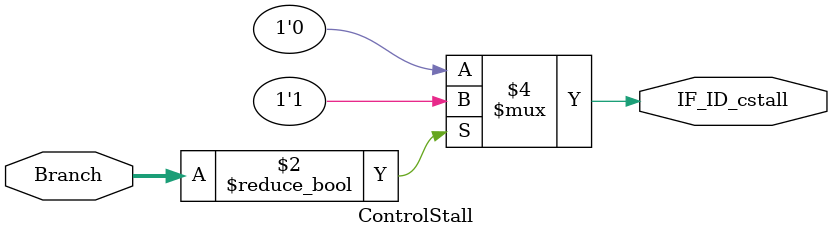
<source format=v>
`timescale 1ns / 1ps
`include "common.vh"

module ControlStall(
        input [1:0] Branch,
        output reg IF_ID_cstall 
    );
    always @ (*) begin
        IF_ID_cstall = 1'b0;
        if (Branch[1:0] != 2'b00) begin
            IF_ID_cstall = 1'b1;
        end
    end
endmodule

</source>
